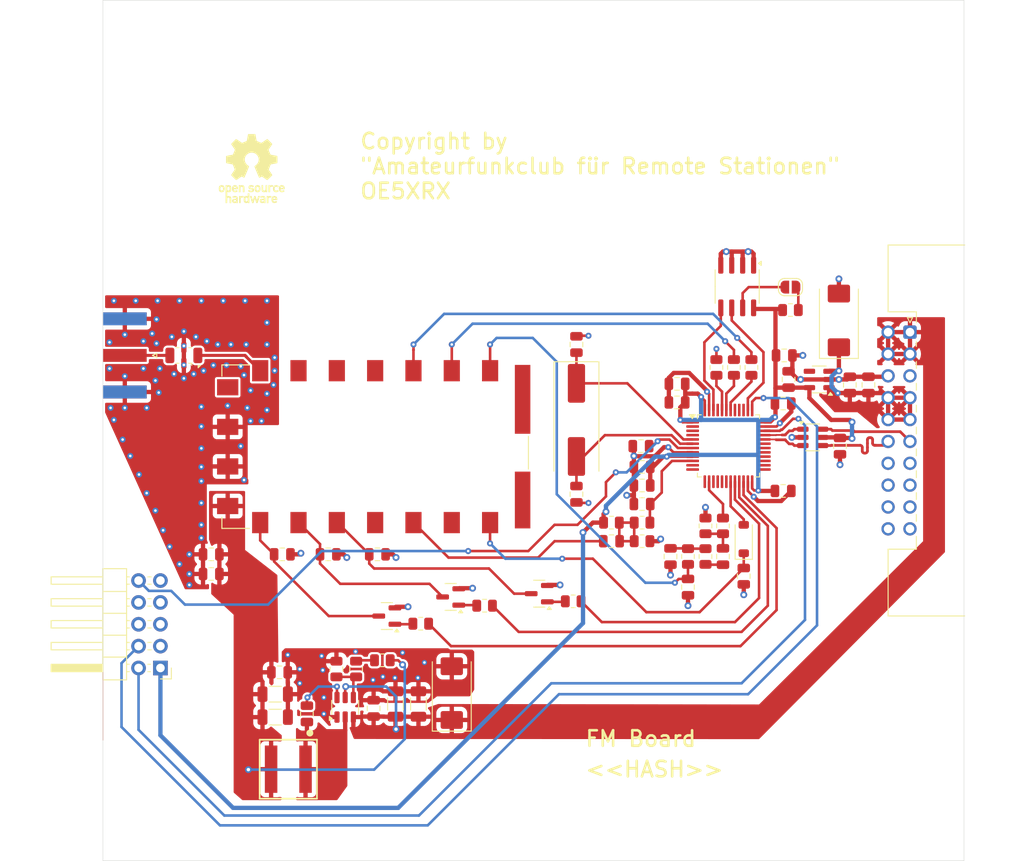
<source format=kicad_pcb>
(kicad_pcb (version 20241229) (generator "pcbnew") (generator_version "9.0")
  (title_block (title "FM Module") (rev "<<HASH>>") (company "Amateurfunkclub für Remote Stationen") (comment 1 "JLC04161H-7628"))
  (layers (0 "F.Cu" signal) (4 "In1.Cu" power) (6 "In2.Cu" power) (2 "B.Cu" signal) (13 "F.Paste" user) (15 "B.Paste" user) (5 "F.SilkS" user "F.Silkscreen") (7 "B.SilkS" user "B.Silkscreen") (1 "F.Mask" user) (3 "B.Mask" user) (25 "Edge.Cuts" user))
  (net 0 "")
  (net 1 "GND")
  (net 2 "+3V3")
  (net 3 "+5V")
  (net 4 "+12V")
  (net 5 "/Connector and CPU/nRESET")
  (net 6 "Net-(U201-PF0)")
  (net 7 "Net-(U201-PF1)")
  (net 8 "/ANT")
  (net 9 "Net-(U201-BOOT0)")
  (net 10 "/MIC_IN")
  (net 11 "/AF_OUT")
  (net 12 "/nPTT")
  (net 13 "/RADIO_RX")
  (net 14 "/RADIO_TX")
  (net 15 "/H_L_Power")
  (net 16 "/nPOWER_DOWN")
  (net 17 "/nSQUELCH")
  (net 20 "/Connector and CPU/SWCLK")
  (net 21 "/Connector and CPU/SWDIO")
  (net 25 "/Connector and CPU/I2C_SCL_MEM")
  (net 30 "/Connector and CPU/I2C_SCL")
  (net 31 "/Connector and CPU/I2C_SDA_MEM")
  (net 34 "/Connector and CPU/I2C_SDA")
  (net 37 "Net-(C301-Pad1)")
  (net 38 "Net-(C301-Pad2)")
  (net 39 "/ADC")
  (net 40 "/Connector and CPU/GPIO4")
  (net 41 "/LPF")
  (net 42 "Net-(C401-Pad1)")
  (net 45 "/GPIO3")
  (net 46 "/GPIO1")
  (net 47 "/DAC")
  (net 48 "/GPIO2")
  (net 49 "/Connector and CPU/USART_RX")
  (net 50 "/Connector and CPU/USART_TX")
  (net 52 "Net-(JP201-A)")
  (net 53 "Net-(JP201-B)")
  (net 66 "Net-(Q501-G)")
  (net 67 "Net-(Q601-G)")
  (net 68 "Net-(Q701-G)")
  (net 69 "Net-(C302-Pad1)")
  (net 71 "+5V_HF")
  (net 72 "/Connector and CPU/USB+")
  (net 73 "/Connector and CPU/USB-")
  (net 74 "/Connector and CPU/NS_USB+")
  (net 75 "/Connector and CPU/NS_USB-")
  (net 76 "/5V/TPS_SW")
  (net 77 "Net-(U801-CB)")
  (net 78 "Net-(R801-Pad2)")
  (net 79 "Net-(U801-FB)")
  (footprint "Resistor_SMD:R_0805_2012Metric" (layer "F.Cu") (at 134.8255 108.722 180)
    (property "Reference" "R501" (hide yes))
    (property "Value" "10k" (hide yes))
  )
  (footprint "Package_SO:SOIC-8_3.9x4.9mm_P1.27mm" (layer "F.Cu") (at 171.577 69.545 -90)
    (property "Reference" "U202" (hide yes))
    (property "Value" "CAT24C32" (hide yes))
  )
  (footprint "Capacitor_SMD:C_0805_2012Metric" (layer "F.Cu") (at 129.794 100.66 180)
    (property "Reference" "C601" (hide yes))
    (property "Value" "10nF/NP0" (hide yes))
  )
  (footprint "Package_TO_SOT_SMD:SOT-23-6" (layer "F.Cu") (at 180.34 87.071)
    (property "Reference" "U204" (hide yes))
    (property "Value" "USBLC6-2SC6" (hide yes))
  )
  (footprint "Capacitor_SMD:C_0805_2012Metric" (layer "F.Cu") (at 169.926 100.914 90)
    (property "Reference" "C301" (hide yes))
    (property "Value" "4.7u/10V/X5R" (hide yes))
  )
  (footprint "Resistor_SMD:R_0805_2012Metric" (layer "F.Cu") (at 130.368 112.9735 180)
    (property "Reference" "R801" (hide yes))
    (property "Value" "49R9" (hide yes))
  )
  (footprint "Resistor_SMD:R_0805_2012Metric" (layer "F.Cu") (at 152.527 106.121 180)
    (property "Reference" "R601" (hide yes))
    (property "Value" "10k" (hide yes))
  )
  (footprint "Capacitor_SMD:C_1206_3216Metric" (layer "F.Cu") (at 134.559 118.0535 90)
    (property "Reference" "C802" (hide yes))
    (property "Value" "10u" (hide yes))
  )
  (footprint "MountingHole:MountingHole_3.2mm_M3" (layer "F.Cu") (at 102.917 128.771)
    (property "Reference" "H102" (hide yes))
    (property "Value" "MountingHole" (hide yes))
  )
  (footprint "Capacitor_SMD:C_0805_2012Metric" (layer "F.Cu") (at 160.528 92.659)
    (property "Reference" "C209" (hide yes))
    (property "Value" "4.7u/10V/X5R" (hide yes))
  )
  (footprint "Symbol:OSHW-Logo_7.5x8mm_SilkScreen" (layer "F.Cu") (at 115.189 55.829)
    (property "Reference" "#SYM101" (hide yes))
    (property "Value" "OSHW-Logo_7.5x8mm_SilkScreen" (hide yes))
  )
  (footprint "Capacitor_SMD:C_0805_2012Metric" (layer "F.Cu") (at 160.401 88.087 180)
    (property "Reference" "C201" (hide yes))
    (property "Value" "100nF" (hide yes))
  )
  (footprint "Connector_Coaxial:SMA_Amphenol_132289_EdgeMount" (layer "F.Cu") (at 100.457 77.546 180)
    (property "Reference" "J101" (hide yes))
    (property "Value" "Conn_Coaxial" (hide yes))
  )
  (footprint "Jumper:SolderJumper-2_P1.3mm_Open_RoundedPad1.0x1.5mm" (layer "F.Cu") (at 177.7615 69.607)
    (property "Reference" "JP201" (hide yes))
    (property "Value" "SolderJumper_2_Open" (hide yes))
  )
  (footprint "Capacitor_SMD:C_1206_3216Metric" (layer "F.Cu") (at 117.922 116.9105 180)
    (property "Reference" "C807" (hide yes))
    (property "Value" "22u" (hide yes))
  )
  (footprint "Capacitor_SMD:C_0805_2012Metric" (layer "F.Cu") (at 124.079 100.66 180)
    (property "Reference" "C701" (hide yes))
    (property "Value" "10nF/NP0" (hide yes))
  )
  (footprint "PRJ:PCN10C-20S-2.54DS" (layer "F.Cu") (at 191.643 74.841 -90)
    (property "Reference" "J202" (hide yes))
    (property "Value" "Conn_02x10_Row_Letter_First" (hide yes))
  )
  (footprint "Capacitor_SMD:C_0805_2012Metric" (layer "F.Cu") (at 186.817 80.975 90)
    (property "Reference" "C211" (hide yes))
    (property "Value" "1uF" (hide yes))
  )
  (footprint "Package_TO_SOT_SMD:SOT-23-5" (layer "F.Cu") (at 181.102 80.34 180)
    (property "Reference" "U203" (hide yes))
    (property "Value" "TLV73333PQDBVRQ1" (hide yes))
  )
  (footprint "Resistor_SMD:R_0805_2012Metric" (layer "F.Cu") (at 167.894 100.914 90)
    (property "Reference" "R303" (hide yes))
    (property "Value" "10k" (hide yes))
  )
  (footprint "Capacitor_SMD:C_0805_2012Metric" (layer "F.Cu") (at 152.908 76.276 90)
    (property "Reference" "C203" (hide yes))
    (property "Value" "30pF" (hide yes))
  )
  (footprint "Capacitor_SMD:C_0805_2012Metric" (layer "F.Cu") (at 163.83 100.914 -90)
    (property "Reference" "C302" (hide yes))
    (property "Value" "5.6nF/X7R/100V" (hide yes))
  )
  (footprint "Capacitor_SMD:C_0805_2012Metric" (layer "F.Cu") (at 110.49 100.66)
    (property "Reference" "C101" (hide yes))
    (property "Value" "100nF" (hide yes))
  )
  (footprint "Resistor_SMD:R_0805_2012Metric" (layer "F.Cu") (at 160.528 96.977)
    (property "Reference" "R403" (hide yes))
    (property "Value" "2k2" (hide yes))
  )
  (footprint "Crystal:Crystal_SMD_HC49-SD" (layer "F.Cu") (at 152.908 85.039 -90)
    (property "Reference" "Y201" (hide yes))
    (property "Value" "8MHz / 20pF" (hide yes))
  )
  (footprint "Capacitor_SMD:C_1206_3216Metric" (layer "F.Cu") (at 131.892 118.0535 90)
    (property "Reference" "C803" (hide yes))
    (property "Value" "10u" (hide yes))
  )
  (footprint "Capacitor_SMD:C_0805_2012Metric" (layer "F.Cu") (at 177.546 80.34 90)
    (property "Reference" "C212" (hide yes))
    (property "Value" "1uF" (hide yes))
  )
  (footprint "Capacitor_Tantalum_SMD:CP_EIA-7343-43_Kemet-X" (layer "F.Cu") (at 138.43 116.789 90)
    (property "Reference" "C104" (hide yes))
    (property "Value" "100u / 25V" (hide yes))
  )
  (footprint "Package_TO_SOT_SMD:SOT-23" (layer "F.Cu") (at 138.303 105.613 180)
    (property "Reference" "Q701" (hide yes))
    (property "Value" "2N7002" (hide yes))
  )
  (footprint "PRJ:WE-XHMI_6060" (layer "F.Cu") (at 119.446 125.628 -90)
    (property "Reference" "L801" (hide yes))
    (property "Value" "6.8u" (hide yes))
  )
  (footprint "Capacitor_SMD:C_0805_2012Metric" (layer "F.Cu") (at 118.43 114.3705 180)
    (property "Reference" "C808" (hide yes))
    (property "Value" "100n" (hide yes))
  )
  (footprint "Package_TO_SOT_SMD:SOT-23-6" (layer "F.Cu") (at 126.05 118.4345 90)
    (property "Reference" "U801" (hide yes))
    (property "Value" "LMR51430 500kHz" (hide yes))
  )
  (footprint "Capacitor_SMD:C_0805_2012Metric" (layer "F.Cu") (at 177.038 77.546 180)
    (property "Reference" "C214" (hide yes))
    (property "Value" "100nF" (hide yes))
  )
  (footprint "Capacitor_SMD:C_0805_2012Metric" (layer "F.Cu") (at 121.605 119.1965 -90)
    (property "Reference" "C805" (hide yes))
    (property "Value" "100n" (hide yes))
  )
  (footprint "Capacitor_SMD:C_0805_2012Metric" (layer "F.Cu") (at 176.911 83.134 180)
    (property "Reference" "C204" (hide yes))
    (property "Value" "100nF" (hide yes))
  )
  (footprint "Capacitor_SMD:C_0805_2012Metric" (layer "F.Cu") (at 160.528 90.5)
    (property "Reference" "C208" (hide yes))
    (property "Value" "100nF" (hide yes))
  )
  (footprint "Resistor_SMD:R_0805_2012Metric" (layer "F.Cu") (at 169.926 97.358 -90)
    (property "Reference" "R301" (hide yes))
    (property "Value" "56k" (hide yes))
  )
  (footprint "Resistor_SMD:R_0805_2012Metric" (layer "F.Cu") (at 171.196 78.943 -90)
    (property "Reference" "R102" (hide yes))
    (property "Value" "220" (hide yes))
  )
  (footprint "Resistor_SMD:R_0805_2012Metric" (layer "F.Cu") (at 125.034 113.9895 90)
    (property "Reference" "R803" (hide yes))
    (property "Value" "13k7" (hide yes))
  )
  (footprint "Capacitor_Tantalum_SMD:CP_EIA-7343-43_Kemet-X" (layer "F.Cu") (at 183.388 73.482 90)
    (property "Reference" "C213" (hide yes))
    (property "Value" "100u / 25V" (hide yes))
  )
  (footprint "Resistor_SMD:R_0805_2012Metric" (layer "F.Cu") (at 169.164 78.943 90)
    (property "Reference" "R201" (hide yes))
    (property "Value" "2k2" (hide yes))
  )
  (footprint "Resistor_SMD:R_0805_2012Metric" (layer "F.Cu") (at 156.972 96.977 180)
    (property "Reference" "R401" (hide yes))
    (property "Value" "5k1" (hide yes))
  )
  (footprint "Capacitor_SMD:C_0805_2012Metric" (layer "F.Cu") (at 152.908 93.675 -90)
    (property "Reference" "C205" (hide yes))
    (property "Value" "30pF" (hide yes))
  )
  (footprint "Diode_SMD:D_SOD-123" (layer "F.Cu") (at 172.339 98.882 90)
    (property "Reference" "D101" (hide yes))
    (property "Value" "BAT43W-V" (hide yes))
  )
  (footprint "Capacitor_SMD:C_0805_2012Metric" (layer "F.Cu") (at 172.339 103.2 90)
    (property "Reference" "C103" (hide yes))
    (property "Value" "10nF/NP0" (hide yes))
  )
  (footprint "Resistor_SMD:R_0805_2012Metric" (layer "F.Cu") (at 160.528 99.136 180)
    (property "Reference" "R402" (hide yes))
    (property "Value" "5k1" (hide yes))
  )
  (footprint "Package_QFP:LQFP-48_7x7mm_P0.5mm" (layer "F.Cu") (at 170.565 88.0585)
    (property "Reference" "U201" (hide yes))
    (property "Value" "STM32F302CBTx" (hide yes))
  )
  (footprint "PRJ:DRA818" (layer "F.Cu") (at 129.53 88.149)
    (property "Reference" "U101" (hide yes))
    (property "Value" "SA818V" (hide yes))
  )
  (footprint "Capacitor_SMD:C_0805_2012Metric" (layer "F.Cu") (at 176.911 93.294 180)
    (property "Reference" "C202" (hide yes))
    (property "Value" "100nF" (hide yes))
  )
  (footprint "Package_TO_SOT_SMD:SOT-23" (layer "F.Cu") (at 130.8885 107.833 180)
    (property "Reference" "Q501" (hide yes))
    (property "Value" "2N7002" (hide yes))
  )
  (footprint "Resistor_SMD:R_0805_2012Metric" (layer "F.Cu") (at 165.862 100.914 -90)
    (property "Reference" "R304" (hide yes))
    (property "Value" "10k" (hide yes))
  )
  (footprint "Capacitor_SMD:C_0805_2012Metric" (layer "F.Cu") (at 129.352 118.5615 90)
    (property "Reference" "C804" (hide yes))
    (property "Value" "100n" (hide yes))
  )
  (footprint "Connector_PinHeader_2.54mm:PinHeader_2x05_P2.54mm_Horizontal" (layer "F.Cu") (at 104.593 113.868 180)
    (property "Reference" "J201" (hide yes))
    (property "Value" "Conn_ARM_JTAG_SWD_10" (hide yes))
  )
  (footprint "Capacitor_SMD:C_0805_2012Metric" (layer "F.Cu") (at 164.592 83.007)
    (property "Reference" "C207" (hide yes))
    (property "Value" "4.7u/10V/X5R" (hide yes))
  )
  (footprint "Filter:Filter_Mini-Circuits_FV1206" (layer "F.Cu") (at 107.315 77.546 180)
    (property "Reference" "FL101" (hide yes))
    (property "Value" "LFCN-180/490" (hide yes))
  )
  (footprint "Capacitor_SMD:C_0805_2012Metric" (layer "F.Cu") (at 160.528 94.818)
    (property "Reference" "C402" (hide yes))
    (property "Value" "10nF/NP0" (hide yes))
  )
  (footprint "Capacitor_SMD:C_1206_3216Metric" (layer "F.Cu") (at 117.922 119.5775 180)
    (property "Reference" "C806" (hide yes))
    (property "Value" "22u" (hide yes))
  )
  (footprint "Package_TO_SOT_SMD:SOT-23" (layer "F.Cu") (at 148.59 105.232 180)
    (property "Reference" "Q601" (hide yes))
    (property "Value" "2N7002" (hide yes))
  )
  (footprint "Resistor_SMD:R_0805_2012Metric" (layer "F.Cu") (at 167.894 97.358 90)
    (property "Reference" "R302" (hide yes))
    (property "Value" "10k" (hide yes))
  )
  (footprint "Resistor_SMD:R_0805_2012Metric" (layer "F.Cu") (at 177.7615 72.274)
    (property "Reference" "R202" (hide yes))
    (property "Value" "3k9" (hide yes))
  )
  (footprint "MountingHole:MountingHole_3.2mm_M3" (layer "F.Cu") (at 102.917 43.771)
    (property "Reference" "H101" (hide yes))
    (property "Value" "MountingHole" (hide yes))
  )
  (footprint "Capacitor_SMD:C_0805_2012Metric" (layer "F.Cu") (at 183.515 88.087 -90)
    (property "Reference" "C215" (hide yes))
    (property "Value" "100nF" (hide yes))
  )
  (footprint "Capacitor_SMD:C_0805_2012Metric" (layer "F.Cu") (at 118.745 100.66 180)
    (property "Reference" "C501" (hide yes))
    (property "Value" "10nF/NP0" (hide yes))
  )
  (footprint "Resistor_SMD:R_0805_2012Metric" (layer "F.Cu") (at 142.24 106.629 180)
    (property "Reference" "R701" (hide yes))
    (property "Value" "10k" (hide yes))
  )
  (footprint "Capacitor_SMD:C_0805_2012Metric" (layer "F.Cu") (at 184.658 80.975 -90)
    (property "Reference" "C210" (hide yes))
    (property "Value" "100nF" (hide yes))
  )
  (footprint "Capacitor_SMD:C_0805_2012Metric" (layer "F.Cu") (at 110.49 102.946)
    (property "Reference" "C102" (hide yes))
    (property "Value" "10uF" (hide yes))
  )
  (footprint "Capacitor_SMD:C_0805_2012Metric" (layer "F.Cu") (at 156.972 99.136 180)
    (property "Reference" "C401" (hide yes))
    (property "Value" "4.7u/10V/X5R" (hide yes))
  )
  (footprint "Capacitor_SMD:C_0805_2012Metric" (layer "F.Cu") (at 165.862 104.47 -90)
    (property "Reference" "C303" (hide yes))
    (property "Value" "5.6nF/X7R/100V" (hide yes))
  )
  (footprint "Capacitor_SMD:C_0805_2012Metric" (layer "F.Cu") (at 164.592 80.848)
    (property "Reference" "C206" (hide yes))
    (property "Value" "100nF" (hide yes))
  )
  (footprint "Resistor_SMD:R_0805_2012Metric" (layer "F.Cu") (at 173.228 78.943 -90)
    (property "Reference" "R101" (hide yes))
    (property "Value" "220" (hide yes))
  )
  (footprint "Resistor_SMD:R_0805_2012Metric" (layer "F.Cu") (at 127.32 113.9895 -90)
    (property "Reference" "R802" (hide yes))
    (property "Value" "100k" (hide yes))
  )
  (gr_line (start 97.917 114.376) (end 97.917 122.25) (stroke (width 0.1)) (layer "B.SilkS"))
  (gr_rect (start 97.917 36.271) (end 197.917 136.271) (stroke (width 0.05)) (fill no) (layer "Edge.Cuts"))
  (gr_text "Copyright by\n{dblquote}Amateurfunkclub für Remote Stationen{dblquote}\nOE5XRX" (at 127.635 59.512 0) (layer "F.SilkS") (effects (font (size 1.8 1.8) (thickness 0.3) (bold yes)) (justify left bottom)))
  (gr_text "<<HASH>>" (at 153.797 126.695 0) (layer "F.SilkS") (effects (font (size 1.8 1.8) (thickness 0.3) (bold yes)) (justify left bottom)))
  (gr_text "FM Board" (at 153.797 123.139 0) (layer "F.SilkS") (effects (font (size 1.8 1.8) (thickness 0.3) (bold yes)) (justify left bottom)))
  (segment (start 152.908 75.26) (end 154.305 75.26) (width 0.3) (layer "F.Cu") (net 1))
  (segment (start 183.515 90.246) (end 183.515 89.037) (width 0.5) (layer "F.Cu") (net 1))
  (segment (start 159.578 92.659) (end 159.578 90.5) (width 0.5) (layer "F.Cu") (net 1))
  (segment (start 177.861 83.134) (end 177.861 84.089) (width 0.5) (layer "F.Cu") (net 1))
  (segment (start 163.642 83.007) (end 163.642 80.848) (width 0.5) (layer "F.Cu") (net 1))
  (segment (start 168.072287 81.762238) (end 168.072287 81.654995) (width 0.5) (layer "F.Cu") (net 1))
  (segment (start 169.926 65.481) (end 169.672 65.735) (width 0.5) (layer "F.Cu") (net 1))
  (segment (start 140.843 104.597) (end 139.3065 104.597) (width 0.5) (layer "F.Cu") (net 1))
  (segment (start 173.482 65.735) (end 173.228 65.481) (width 0.5) (layer "F.Cu") (net 1))
  (segment (start 176.53 85.42) (end 176.1415 85.8085) (width 0.3) (layer "F.Cu") (net 1))
  (segment (start 168.315 82.004951) (end 168.072287 81.762238) (width 0.3) (layer "F.Cu") (net 1))
  (segment (start 125.869 100.66) (end 126.238 101.029) (width 0.5) (layer "F.Cu") (net 1))
  (segment (start 130.744 100.66) (end 131.584 100.66) (width 0.5) (layer "F.Cu") (net 1))
  (segment (start 186.817 80.025) (end 184.658 80.025) (width 0.5) (layer "F.Cu") (net 1))
  (segment (start 176.1415 85.8085) (end 174.7275 85.8085) (width 0.3) (layer "F.Cu") (net 1))
  (segment (start 164.1705 88.8085) (end 163.576 88.214) (width 0.3) (layer "F.Cu") (net 1))
  (segment (start 182.2395 80.34) (end 178.623 80.34) (width 0.5) (layer "F.Cu") (net 1))
  (segment (start 162.025292 89.263) (end 159.611 89.263) (width 0.5) (layer "F.Cu") (net 1))
  (segment (start 169.672 65.735) (end 169.672 67.197) (width 0.5) (layer "F.Cu") (net 1))
  (segment (start 169.164 78.007) (end 169.164 76.784) (width 0.3) (layer "F.Cu") (net 1))
  (segment (start 149.5935 104.216) (end 149.5275 104.282) (width 0.5) (layer "F.Cu") (net 1))
  (segment (start 166.4025 88.8085) (end 164.1705 88.8085) (width 0.3) (layer "F.Cu") (net 1))
  (segment (start 172.815 92.221) (end 172.815 93.28805) (width 0.3) (layer "F.Cu") (net 1))
  (segment (start 119.695 100.66) (end 120.777 100.66) (width 0.5) (layer "F.Cu") (net 1))
  (segment (start 154.3 94.686) (end 154.305 94.691) (width 0.3) (layer "F.Cu") (net 1))
  (segment (start 172.339 104.15) (end 172.339 105.359) (width 0.5) (layer "F.Cu") (net 1))
  (segment (start 131.584 100.66) (end 131.953 101.029) (width 0.5) (layer "F.Cu") (net 1))
  (segment (start 173.499975 93.973025) (end 173.99695 94.47) (width 0.5) (layer "F.Cu") (net 1))
  (segment (start 131.953 106.756) (end 131.826 106.883) (width 0.5) (layer "F.Cu") (net 1))
  (segment (start 168.315 83.896) (end 168.315 82.004951) (width 0.3) (layer "F.Cu") (net 1))
  (segment (start 159.578 93.802) (end 159.578 94.818) (width 0.5) (layer "F.Cu") (net 1))
  (segment (start 172.212 67.197) (end 172.212 65.481) (width 0.5) (layer "F.Cu") (net 1))
  (segment (start 170.942 65.481) (end 169.926 65.481) (width 0.5) (layer "F.Cu") (net 1))
  (segment (start 173.482 67.197) (end 173.482 65.735) (width 0.5) (layer "F.Cu") (net 1))
  (segment (start 179.2025 87.071) (end 177.927 87.071) (width 0.5) (layer "F.Cu") (net 1))
  (segment (start 163.83 101.864) (end 163.83 103.073) (width 0.5) (layer "F.Cu") (net 1))
  (segment (start 172.815 93.28805) (end 173.499975 93.973025) (width 0.3) (layer "F.Cu") (net 1))
  (segment (start 151.003 104.216) (end 149.5935 104.216) (width 0.5) (layer "F.Cu") (net 1))
  (segment (start 139.3065 104.597) (end 139.2405 104.663) (width 0.5) (layer "F.Cu") (net 1))
  (segment (start 163.074292 88.214) (end 162.025292 89.263) (width 0.5) (layer "F.Cu") (net 1))
  (segment (start 177.988 77.546) (end 179.197 77.546) (width 0.5) (layer "F.Cu") (net 1))
  (segment (start 120.777 100.66) (end 120.904 100.533) (width 0.5) (layer "F.Cu") (net 1))
  (segment (start 159.578 89.23) (end 159.578 88.087) (width 0.5) (layer "F.Cu") (net 1))
  (segment (start 177.988 77.546) (end 177.988 78.948) (width 0.5) (layer "F.Cu") (net 1))
  (segment (start 184.658 80.025) (end 184.343 80.34) (width 0.5) (layer "F.Cu") (net 1))
  (segment (start 172.212 65.481) (end 170.942 65.481) (width 0.5) (layer "F.Cu") (net 1))
  (segment (start 173.228 65.481) (end 172.212 65.481) (width 0.5) (layer "F.Cu") (net 1))
  (segment (start 161.4405 99.136) (end 162.433 99.136) (width 0.5) (layer "F.Cu") (net 1))
  (segment (start 159.578 90.5) (end 159.578 89.23) (width 0.5) (layer "F.Cu") (net 1))
  (segment (start 152.908 94.686) (end 154.3 94.686) (width 0.3) (layer "F.Cu") (net 1))
  (segment (start 159.578 93.802) (end 158.75 93.802) (width 0.5) (layer "F.Cu") (net 1))
  (segment (start 163.642 80.147) (end 163.642 80.848) (width 0.5) (layer "F.Cu") (net 1))
  (segment (start 164.211 79.578) (end 163.642 80.147) (width 0.5) (layer "F.Cu") (net 1))
  (segment (start 165.862 105.42) (end 165.862 106.629) (width 0.5) (layer "F.Cu") (net 1))
  (segment (start 186.817 80.025) (end 188.999 80.025) (width 0.5) (layer "F.Cu") (net 1))
  (segment (start 176.685 94.47) (end 177.861 93.294) (width 0.5) (layer "F.Cu") (net 1))
  (segment (start 183.388 70.362) (end 183.388 68.656) (width 0.5) (layer "F.Cu") (net 1))
  (segment (start 125.029 100.66) (end 125.869 100.66) (width 0.5) (layer "F.Cu") (net 1))
  (segment (start 133.35 106.756) (end 131.953 106.756) (width 0.5) (layer "F.Cu") (net 1))
  (segment (start 167.894 96.4455) (end 167.894 95.199) (width 0.5) (layer "F.Cu") (net 1))
  (segment (start 177.861 84.089) (end 176.53 85.42) (width 0.5) (layer "F.Cu") (net 1))
  (segment (start 162.433 99.136) (end 162.687 98.882) (width 0.5) (layer "F.Cu") (net 1))
  (segment (start 165.995292 79.578) (end 164.211 79.578) (width 0.5) (layer "F.Cu") (net 1))
  (segment (start 183.388 80.34) (end 182.2395 80.34) (width 0.5) (layer "F.Cu") (net 1))
  (segment (start 159.611 89.263) (end 159.578 89.23) (width 0.5) (layer "F.Cu") (net 1))
  (segment (start 170.942 67.197) (end 170.942 65.481) (width 0.5) (layer "F.Cu") (net 1))
  (segment (start 173.99695 94.47) (end 176.685 94.47) (width 0.5) (layer "F.Cu") (net 1))
  (segment (start 188.999 80.025) (end 189.103 79.921) (width 0.5) (layer "F.Cu") (net 1))
  (segment (start 163.576 88.214) (end 163.074292 88.214) (width 0.5) (layer "F.Cu") (net 1))
  (segment (start 177.988 78.948) (end 177.546 79.39) (width 0.5) (layer "F.Cu") (net 1))
  (segment (start 184.343 80.34) (end 183.388 80.34) (width 0.5) (layer "F.Cu") (net 1))
  (segment (start 159.578 92.659) (end 159.578 93.802) (width 0.5) (layer "F.Cu") (net 1))
  (segment (start 168.072287 81.654995) (end 165.995292 79.578) (width 0.5) (layer "F.Cu") (net 1))
  (segment (start 178.623 80.34) (end 177.673 79.39) (width 0.5) (layer "F.Cu") (net 1))
  (via (at 165.862 106.629) (size 0.8) (drill 0.4) (layers "F.Cu" "B.Cu") (net 1))
  (via (at 100.457 83.642) (size 0.7) (drill 0.3) (layers "F.Cu" "B.Cu") (net 1))
  (via (at 104.267 71.196) (size 0.7) (drill 0.3) (layers "F.Cu" "B.Cu") (net 1))
  (via (at 111.252 76.276) (size 0.7) (drill 0.3) (layers "F.Cu" "B.Cu") (net 1))
  (via (at 119.38 112.344) (size 0.6) (drill 0.3) (layers "F.Cu" "B.Cu") (net 1))
  (via (at 129.286 115.265) (size 0.6) (drill 0.3) (layers "F.Cu" "B.Cu") (net 1))
  (via (at 109.347 98.755) (size 0.7) (drill 0.3) (layers "F.Cu" "B.Cu") (net 1))
  (via (at 172.339 105.359) (size 0.8) (drill 0.4) (layers "F.Cu" "B.Cu") (net 1))
  (via (at 173.499975 93.973025) (size 0.7) (drill 0.3) (layers "F.Cu" "B.Cu") (net 1))
  (via (at 107.315 80.213) (size 0.7) (drill 0.3) (layers "F.Cu" "B.Cu") (net 1))
  (via (at 117.856 79.324) (size 0.7) (drill 0.3) (layers "F.Cu" "B.Cu") (net 1))
  (via (at 104.521 79.07) (size 0.7) (drill 0.3) (layers "F.Cu" "B.Cu") (net 1))
  (via (at 120.777 113.995) (size 0.6) (drill 0.3) (layers "F.Cu" "B.Cu") (net 1))
  (via (at 109.601 79.324) (size 0.7) (drill 0.3) (layers "F.Cu" "B.Cu") (net 1))
  (via (at 123.444 114.122) (size 0.6) (drill 0.3) (layers "F.Cu" "B.Cu") (net 1))
  (via (at 183.515 90.246) (size 0.8) (drill 0.4) (layers "F.Cu" "B.Cu") (net 1))
  (via (at 131.953 101.029) (size 0.8) (drill 0.4) (layers "F.Cu" "B.Cu") (net 1))
  (via (at 106.807 71.196) (size 0.7) (drill 0.3) (layers "F.Cu" "B.Cu") (net 1))
  (via (at 127.254 111.963) (size 0.6) (drill 0.3) (layers "F.Cu" "B.Cu") (net 1))
  (via (at 112.395 83.388) (size 0.7) (drill 0.3) (layers "F.Cu" "B.Cu") (net 1))
  (via (at 104.902 97.866) (size 0.7) (drill 0.3) (layers "F.Cu" "B.Cu") (net 1))
  (via (at 114.3 79.832) (size 0.7) (drill 0.3) (layers "F.Cu" "B.Cu") (net 1))
  (via (at 109.347 94.691) (size 0.7) (drill 0.3) (layers "F.Cu" "B.Cu") (net 1))
  (via (at 163.576 88.214) (size 0.7) (drill 0.3) (layers "F.Cu" "B.Cu") (net 1))
  (via (at 106.807 101.803) (size 0.7) (drill 0.3) (layers "F.Cu" "B.Cu") (net 1))
  (via (at 98.679 79.07) (size 0.7) (drill 0.3) (layers "F.Cu" "B.Cu") (net 1))
  (via (at 113.919 78.816) (size 0.7) (drill 0.3) (layers "F.Cu" "B.Cu") (net 1))
  (via (at 135.255 113.233) (size 0.6) (drill 0.3) (layers "F.Cu" "B.Cu") (net 1))
  (via (at 98.679 76.022) (size 0.7) (drill 0.3) (layers "F.Cu" "B.Cu") (net 1))
  (via (at 112.776 76.276) (size 0.7) (drill 0.3) (layers "F.Cu" "B.Cu") (net 1))
  (via (at 108.712 75.387) (size 0.7) (drill 0.3) (layers "F.Cu" "B.Cu") (net 1))
  (via (at 154.305 94.691) (size 0.7) (drill 0.3) (layers "F.Cu" "B.Cu") (net 1))
  (via (at 109.347 97.231) (size 0.7) (drill 0.3) (layers "F.Cu" "B.Cu") (net 1))
  (via (at 116.967 81.991) (size 0.7) (drill 0.3) (layers "F.Cu" "B.Cu") (net 1))
  (via (at 99.187 71.196) (size 0.7) (drill 0.3) (layers "F.Cu" "B.Cu") (net 1))
  (via (at 104.14 73.355) (size 0.7) (drill 0.3) (layers "F.Cu" "B.Cu") (net 1))
  (via (at 159.578 89.23) (size 0.8) (drill 0.4) (layers "F.Cu" "B.Cu") (net 1))
  (via (at 132.715 112.09) (size 0.6) (drill 0.3) (layers "F.Cu" "B.Cu") (net 1))
  (via (at 104.14 76.149) (size 0.7) (drill 0.3) (layers "F.Cu" "B.Cu") (net 1))
  (via (at 117.856 77.8) (size 0.7) (drill 0.3) (layers "F.Cu" "B.Cu") (net 1))
  (via (at 177.927 87.071) (size 0.8) (drill 0.4) (layers "F.Cu" "B.Cu") (net 1))
  (via (at 107.315 74.752) (size 0.7) (drill 0.3) (layers "F.Cu" "B.Cu") (net 1))
  (via (at 105.664 99.771) (size 0.7) (drill 0.3) (layers "F.Cu" "B.Cu") (net 1))
  (via (at 109.347 83.515) (size 0.7) (drill 0.3) (layers "F.Cu" "B.Cu") (net 1))
  (via (at 130.429 114.884) (size 0.6) (drill 0.3) (layers "F.Cu" "B.Cu") (net 1))
  (via (at 151.003 104.216) (size 0.8) (drill 0.4) (layers "F.Cu" "B.Cu") (net 1))
  (via (at 109.347 71.196) (size 0.7) (drill 0.3) (layers "F.Cu" "B.Cu") (net 1))
  (via (at 109.347 88.341) (size 0.7) (drill 0.3) (layers "F.Cu" "B.Cu") (net 1))
  (via (at 102.616 75.895) (size 0.7) (drill 0.3) (layers "F.Cu" "B.Cu") (net 1))
  (via (at 120.777 115.646) (size 0.6) (drill 0.3) (layers "F.Cu" "B.Cu") (net 1))
  (via (at 103.632 75.006) (size 0.7) (drill 0.3) (layers "F.Cu" "B.Cu") (net 1))
  (via (at 163.83 103.073) (size 0.8) (drill 0.4) (layers "F.Cu" "B.Cu") (net 1))
  (via (at 105.918 75.387) (size 0.7) (drill 0.3) (layers "F.Cu" "B.Cu") (net 1))
  (via (at 133.35 106.756) (size 0.8) (drill 0.4) (layers "F.Cu" "B.Cu") (net 1))
  (via (at 107.95 104.216) (size 0.7) (drill 0.3) (layers "F.Cu" "B.Cu") (net 1))
  (via (at 101.092 89.23) (size 0.7) (drill 0.3) (layers "F.Cu" "B.Cu") (net 1))
  (via (at 102.997 83.642) (size 0.7) (drill 0.3) (layers "F.Cu" "B.Cu") (net 1))
  (via (at 109.347 85.801) (size 0.7) (drill 0.3) (layers "F.Cu" "B.Cu") (net 1))
  (via (at 114.554 76.276) (size 0.7) (drill 0.3) (layers "F.Cu" "B.Cu") (net 1))
  (via (at 114.681 83.642) (size 0.7) (drill 0.3) (layers "F.Cu" "B.Cu") (net 1))
  (via (at 183.388 80.34) (size 0.8) (drill 0.4) (layers "F.Cu" "B.Cu") (net 1))
  (via (at 168.072287 81.762238) (size 0.7) (drill 0.3) (layers "F.Cu" "B.Cu") (net 1))
  (via (at 116.967 73.736) (size 0.7) (drill 0.3) (layers "F.Cu" "B.Cu") (net 1))
  (via (at 110.744 78.689) (size 0.7) (drill 0.3) (layers "F.Cu" "B.Cu") (net 1))
  (via (at 109.347 90.5) (size 0.7) (drill 0.3) (layers "F.Cu" "B.Cu") (net 1))
  (via (at 169.164 76.784) (size 0.7) (drill 0.3) (layers "F.Cu" "B.Cu") (net 1))
  (via (at 179.197 77.546) (size 0.8) (drill 0.4) (layers "F.Cu" "B.Cu") (net 1))
  (via (at 170.307 65.481) (size 0.8) (drill 0.4) (layers "F.Cu" "B.Cu") (net 1))
  (via (at 107.95 102.946) (size 0.7) (drill 0.3) (layers "F.Cu" "B.Cu") (net 1))
  (via (at 115.062 85.166) (size 0.7) (drill 0.3) (layers "F.Cu" "B.Cu") (net 1))
  (via (at 109.347 92.151) (size 0.7) (drill 0.3) (layers "F.Cu" "B.Cu") (net 1))
  (via (at 123.571 117.297) (size 0.6) (drill 0.3) (layers "F.Cu" "B.Cu") (net 1))
  (via (at 162.687 98.882) (size 0.8) (drill 0.4) (layers "F.Cu" "B.Cu") (net 1))
  (via (at 114.3 92.024) (size 0.7) (drill 0.3) (layers "F.Cu" "B.Cu") (net 1))
  (via (at 101.727 71.196) (size 0.7) (drill 0.3) (layers "F.Cu" "B.Cu") (net 1))
  (via (at 116.332 85.166) (size 0.7) (drill 0.3) (layers "F.Cu" "B.Cu") (net 1))
  (via (at 116.967 71.196) (size 0.7) (drill 0.3) (layers "F.Cu" "B.Cu") (net 1))
  (via (at 100.457 79.959) (size 0.7) (drill 0.3) (layers "F.Cu" "B.Cu") (net 1))
  (via (at 100.457 75.133) (size 0.7) (drill 0.3) (layers "F.Cu" "B.Cu") (net 1))
  (via (at 158.75 93.802) (size 0.8) (drill 0.4) (layers "F.Cu" "B.Cu") (net 1))
  (via (at 117.729 80.975) (size 0.7) (drill 0.3) (layers "F.Cu" "B.Cu") (net 1))
  (via (at 102.108 91.389) (size 0.7) (drill 0.3) (layers "F.Cu" "B.Cu") (net 1))
  (via (at 99.187 85.039) (size 0.7) (drill 0.3) (layers "F.Cu" "B.Cu") (net 1))
  (via (at 172.847 65.481) (size 0.8) (drill 0.4) (layers "F.Cu" "B.Cu") (net 1))
  (via (at 112.268 78.689) (size 0.7) (drill 0.3) (layers "F.Cu" "B.Cu") (net 1))
  (via (at 107.95 100.66) (size 0.7) (drill 0.3) (layers "F.Cu" "B.Cu") (net 1))
  (via (at 109.982 75.895) (size 0.7) (drill 0.3) (layers "F.Cu" "B.Cu") (net 1))
  (via (at 106.172 79.705) (size 0.7) (drill 0.3) (layers "F.Cu" "B.Cu") (net 1))
  (via (at 116.967 83.896) (size 0.7) (drill 0.3) (layers "F.Cu" "B.Cu") (net 1))
  (via (at 100.203 87.325) (size 0.7) (drill 0.3) (layers "F.Cu" "B.Cu") (net 1))
  (via (at 114.427 71.196) (size 0.7) (drill 0.3) (layers "F.Cu" "B.Cu") (net 1))
  (via (at 140.843 104.597) (size 0.8) (drill 0.4) (layers "F.Cu" "B.Cu") (net 1))
  (via (at 98.806 83.642) (size 0.7) (drill 0.3) (layers "F.Cu" "B.Cu") (net 1))
  (via (at 104.013 80.467) (size 0.7) (drill 0.3) (layers "F.Cu" "B.Cu") (net 1))
  (via (at 120.904 100.533) (size 0.8) (drill 0.4) (layers "F.Cu" "B.Cu") (net 1))
  (via (at 102.997 93.548) (size 0.7) (drill 0.3) (layers "F.Cu" "B.Cu") (net 1))
  (via (at 104.013 95.58) (size 0.7) (drill 0.3) (layers "F.Cu" "B.Cu") (net 1))
  (via (at 131.826 115.011) (size 0.6) (drill 0.3) (layers "F.Cu" "B.Cu") (net 1))
  (via (at 116.967 76.276) (size 0.7) (drill 0.3) (layers "F.Cu" "B.Cu") (net 1))
  (via (at 176.53 85.42) (size 0.7) (drill 0.3) (layers "F.Cu" "B.Cu") (net 1))
  (via (at 183.388 68.656) (size 0.8) (drill 0.4) (layers "F.Cu" "B.Cu") (net 1))
  (via (at 104.394 81.864) (size 0.7) (drill 0.3) (layers "F.Cu" "B.Cu") (net 1))
  (via (at 102.616 79.07) (size 0.7) (drill 0.3) (layers "F.Cu" "B.Cu") (net 1))
  (via (at 178.943 80.34) (size 0.8) (drill 0.4) (layers "F.Cu" "B.Cu") (net 1))
  (via (at 108.458 79.705) (size 0.7) (drill 0.3) (layers "F.Cu" "B.Cu") (net 1))
  (via (at 126.238 101.029) (size 0.8) (drill 0.4) (layers "F.Cu" "B.Cu") (net 1))
  (via (at 115.062 81.61) (size 0.7) (drill 0.3) (layers "F.Cu" "B.Cu") (net 1))
  (via (at 167.894 95.199) (size 0.8) (drill 0.4) (layers "F.Cu" "B.Cu") (net 1))
  (via (at 111.887 71.196) (size 0.7) (drill 0.3) (layers "F.Cu" "B.Cu") (net 1))
  (via (at 154.305 75.26) (size 0.7) (drill 0.3) (layers "F.Cu" "B.Cu") (net 1))
  (via (at 123.571 119.202) (size 0.6) (drill 0.3) (layers "F.Cu" "B.Cu") (net 1))
  (via (at 134.493 115.011) (size 0.6) (drill 0.3) (layers "F.Cu" "B.Cu") (net 1))
  (via (at 123.317 112.471) (size 0.6) (drill 0.3) (layers "F.Cu" "B.Cu") (net 1))
  (via (at 113.919 88.087) (size 0.7) (drill 0.3) (layers "F.Cu" "B.Cu") (net 1))
  (segment (start 100.5445 81.737) (end 100.4855 81.796) (width 0.5) (layer "B.Cu") (net 1))
  (segment (start 100.5445 73.355) (end 100.4855 73.296) (width 0.5) (layer "B.Cu") (net 1))
  (segment (start 176.722 72.147) (end 176.849 72.274) (width 0.5) (layer "F.Cu") (net 2))
  (segment (start 176.022 72.147) (end 176.722 72.147) (width 0.5) (layer "F.Cu") (net 2))
  (segment (start 183.515 87.137) (end 184.851 87.137) (width 0.5) (layer "F.Cu") (net 2))
  (segment (start 175.967773 84.717216) (end 176.022 84.662989) (width 0.5) (layer "F.Cu") (net 2))
  (segment (start 177.673 81.29) (end 176.088 81.29) (width 0.5) (layer "F.Cu") (net 2))
  (segment (start 165.2425 85.3085) (end 164.973 85.039) (width 0.3) (layer "F.Cu") (net 2))
  (segment (start 161.478 92.659) (end 161.478 90.5) (width 0.5) (layer "F.Cu") (net 2))
  (segment (start 164.973 83.576) (end 165.542 83.007) (width 0.5) (layer "F.Cu") (net 2))
  (segment (start 166.37 81.991) (end 165.735 81.991) (width 0.5) (layer "F.Cu") (net 2))
  (segment (start 176.022 81.356) (end 176.022 72.147) (width 0.5) (layer "F.Cu") (net 2))
  (segment (start 176.022 84.662989) (end 176.022 81.356) (width 0.5) (layer "F.Cu") (net 2))
  (segment (start 173.355 93.04) (end 173.558217 93.243217) (width 0.3) (layer "F.Cu") (net 2))
  (segment (start 183.449 87.071) (end 183.515 87.137) (width 0.5) (layer "F.Cu") (net 2))
  (segment (start 184.851 87.137) (end 184.912 87.198) (width 0.5) (layer "F.Cu") (net 2))
  (segment (start 167.815 82.801) (end 167.386 82.372) (width 0.3) (layer "F.Cu") (net 2))
  (segment (start 156.0595 96.977) (end 156.0595 95.9845) (width 0.5) (layer "F.Cu") (net 2))
  (segment (start 173.315 93) (end 173.355 93.04) (width 0.3) (layer "F.Cu") (net 2))
  (segment (start 154.813 96.977) (end 156.0595 96.977) (width 0.5) (layer "F.Cu") (net 2))
  (segment (start 184.658 85.039) (end 182.499 85.039) (width 0.5) (layer "F.Cu") (net 2))
  (segment (start 181.4775 87.071) (end 183.449 87.071) (width 0.5) (layer "F.Cu") (net 2))
  (segment (start 179.9645 81.29) (end 177.673 81.29) (width 0.5) (layer "F.Cu") (net 2))
  (segment (start 175.961 93.294) (end 174.077431 93.294) (width 0.5) (layer "F.Cu") (net 2))
  (segment (start 175.4985 85.3085) (end 176.022 84.785) (width 0.3) (layer "F.Cu") (net 2))
  (segment (start 173.315 92.221) (end 173.315 93) (width 0.3) (layer "F.Cu") (net 2))
  (segment (start 163.4005 89.3085) (end 162.9895 89.3085) (width 0.5) (layer "F.Cu") (net 2))
  (segment (start 165.542 80.848) (end 165.542 83.007) (width 0.5) (layer "F.Cu") (net 2))
  (segment (start 164.973 85.039) (end 164.973 83.576) (width 0.5) (layer "F.Cu") (net 2))
  (segment (start 161.798 90.5) (end 161.478 90.5) (width 0.5) (layer "F.Cu") (net 2))
  (segment (start 179.959 82.499) (end 179.9645 82.4935) (width 0.5) (layer "F.Cu") (net 2))
  (segment (start 163.4005 89.3085) (end 166.4025 89.3085) (width 0.3) (layer "F.Cu") (net 2))
  (segment (start 179.9645 82.4935) (end 179.9645 81.29) (width 0.5) (layer "F.Cu") (net 2))
  (segment (start 173.482 72.147) (end 176.022 72.147) (width 0.5) (layer "F.Cu") (net 2))
  (segment (start 162.9895 89.3085) (end 161.798 90.5) (width 0.5) (layer "F.Cu") (net 2))
  (segment (start 156.0595 95.9845) (end 156.337 95.707) (width 0.5) (layer "F.Cu") (net 2))
  (segment (start 182.499 85.039) (end 179.959 82.499) (width 0.5) (layer "F.Cu") (net 2))
  (segment (start 176.022 84.771443) (end 175.967773 84.717216) (width 0.5) (layer "F.Cu") (net 2))
  (segment (start 167.815 83.896) (end 167.815 82.801) (width 0.3) (layer "F.Cu") (net 2))
  (segment (start 174.7275 85.3085) (end 175.4985 85.3085) (width 0.3) (layer "F.Cu") (net 2))
  (segment (start 167.005 81.991) (end 166.37 81.991) (width 0.5) (layer "F.Cu") (net 2))
  (segment (start 174.077431 93.294) (end 174.026648 93.243217) (width 0.5) (layer "F.Cu") (net 2))
  (segment (start 176.022 84.785) (end 176.022 84.771443) (width 0.5) (layer "F.Cu") (net 2))
  (segment (start 176.088 81.29) (end 176.022 81.356) (width 0.5) (layer "F.Cu") (net 2))
  (segment (start 167.386 82.372) (end 167.005 81.991) (width 0.5) (layer "F.Cu") (net 2))
  (segment (start 166.4025 85.3085) (end 165.2425 85.3085) (width 0.3) (layer "F.Cu") (net 2))
  (segment (start 153.67 98.12) (end 154.813 96.977) (width 0.5) (layer "F.Cu") (net 2))
  (segment (start 173.558217 93.243217) (end 174.026648 93.243217) (width 0.3) (layer "F.Cu") (net 2))
  (segment (start 184.912 85.293) (end 184.658 85.039) (width 0.5) (layer "F.Cu") (net 2))
  (via (at 184.912 85.293) (size 0.8) (drill 0.4) (layers "F.Cu" "B.Cu") (net 2))
  (via (at 174.026648 93.243217) (size 0.7) (drill 0.3) (layers "F.Cu" "B.Cu") (net 2))
  (via (at 167.386 82.372) (size 0.7) (drill 0.3) (layers "F.Cu" "B.Cu") (net 2))
  (via (at 184.912 87.198) (size 0.8) (drill 0.4) (layers "F.Cu" "B.Cu") (net 2))
  (via (at 164.973 85.039) (size 0.7) (drill 0.3) (layers "F.Cu" "B.Cu") (net 2))
  (via (at 163.4005 89.3085) (size 0.7) (drill 0.3) (layers "F.Cu" "B.Cu") (net 2))
  (via (at 156.337 95.707) (size 0.8) (drill 0.4) (layers "F.Cu" "B.Cu") (net 2))
  (via (at 175.967773 84.717216) (size 0.7) (drill 0.3) (layers "F.Cu" "B.Cu") (net 2))
  (via (at 153.67 98.12) (size 0.8) (drill 0.4) (layers "F.Cu" "B.Cu") (net 2))
  (segment (start 184.912 87.198) (end 184.912 85.293) (width 0.5) (layer "B.Cu") (net 2))
  (segment (start 156.337 95.011504) (end 162.040004 89.3085) (width 0.5) (layer "B.Cu") (net 2))
  (segment (start 174.026648 93.243217) (end 174.026648 89.103) (width 0.5) (layer "B.Cu") (net 2))
  (segment (start 104.593 121.687) (end 104.593 113.868) (width 0.5) (layer "B.Cu") (net 2))
  (segment (start 174.026648 89.103) (end 174.026648 85.129352) (width 0.5) (layer "B.Cu") (net 2))
  (segment (start 175.708784 84.717216) (end 175.387 85.039) (width 0.5) (layer "B.Cu") (net 2))
  (segment (start 156.337 95.707) (end 156.337 95.011504) (width 0.5) (layer "B.Cu") (net 2))
  (segment (start 153.67 98.12) (end 153.67 108.661) (width 0.5) (layer "B.Cu") (net 2))
  (segment (start 153.67 108.661) (end 132.207 130.124) (width 0.5) (layer "B.Cu") (net 2))
  (segment (start 162.040004 89.3085) (end 163.4005 89.3085) (width 0.5) (layer "B.Cu") (net 2))
  (segment (start 167.386 82.372) (end 167.386 85.039) (width 0.5) (layer "B.Cu") (net 2))
  (segment (start 175.967773 84.717216) (end 175.708784 84.717216) (width 0.5) (layer "B.Cu") (net 2))
  (segment (start 175.387 85.039) (end 174.117 85.039) (width 0.5) (layer "B.Cu") (net 2))
  (segment (start 163.606 89.103) (end 174.026648 89.103) (width 0.5) (layer "B.Cu") (net 2))
  (segment (start 132.207 130.124) (end 113.03 130.124) (width 0.5) (layer "B.Cu") (net 2))
  (segment (start 163.4005 89.3085) (end 163.606 89.103) (width 0.5) (layer "B.Cu") (net 2))
  (segment (start 167.386 85.039) (end 164.973 85.039) (width 0.5) (layer "B.Cu") (net 2))
  (segment (start 174.117 85.039) (end 167.386 85.039) (width 0.5) (layer "B.Cu") (net 2))
  (segment (start 174.026648 85.129352) (end 174.117 85.039) (width 0.5) (layer "B.Cu") (net 2))
  (segment (start 113.03 130.124) (end 104.593 121.687) (width 0.5) (layer "B.Cu") (net 2))
  (segment (start 183.261 81.925) (end 182.8745 81.925) (width 0.5) (layer "F.Cu") (net 3))
  (segment (start 184.658 81.925) (end 183.261 81.925) (width 0.5) (layer "F.Cu") (net 3))
  (segment (start 191.643 85.001) (end 191.643 82.461) (width 0.5) (layer "F.Cu") (net 3))
  (segment (start 189.103 85.001) (end 189.103 82.461) (width 0.5) (layer "F.Cu") (net 3))
  (segment (start 182.289503 79.339997) (end 182.2395 79.39) (width 0.5) (layer "F.Cu") (net 3))
  (segment (start 189.103 82.461) (end 191.643 82.461) (width 0.5) (layer "F.Cu") (net 3))
  (segment (start 183.388 76.602) (end 183.388 79.339997) (width 0.5) (layer "F.Cu") (net 3))
  (segment (start 188.567 81.925) (end 189.103 82.461) (width 0.5) (layer "F.Cu") (net 3))
  (segment (start 191.643 85.001) (end 189.103 85.001) (width 0.5) (layer "F.Cu") (net 3))
  (segment (start 182.8745 81.925) (end 182.2395 81.29) (width 0.5) (layer "F.Cu") (net 3))
  (segment (start 184.658 81.925) (end 188.567 81.925) (width 0.5) (layer "F.Cu") (net 3))
  (segment (start 184.531 82.052) (end 184.658 81.925) (width 0.5) (layer "F.Cu") (net 3))
  (segment (start 183.388 79.339997) (end 182.289503 79.339997) (width 0.5) (layer "F.Cu") (net 3))
  (via (at 183.261 81.925) (size 0.7) (drill 0.3) (layers "F.Cu" "B.Cu") (net 3))
  (via (at 183.388 79.339997) (size 0.8) (drill 0.4) (layers "F.Cu" "B.Cu") (net 3))
  (segment (start 182.537 81.201) (end 182.537 79.987504) (width 0.5) (layer "B.Cu") (net 3))
  (segment (start 182.537 79.987504) (end 183.184507 79.339997) (width 0.5) (layer "B.Cu") (net 3))
  (segment (start 183.261 81.925) (end 182.537 81.201) (width 0.5) (layer "B.Cu") (net 3))
  (segment (start 183.184507 79.339997) (end 183.388 79.339997) (width 0.5) (layer "B.Cu") (net 3))
  (segment (start 191.643 74.841) (end 191.643 77.381) (width 0.5) (layer "F.Cu") (net 4))
  (segment (start 126.05 116.088) (end 126.111 116.027) (width 0.3) (layer "F.Cu") (net 4))
  (segment (start 191.643 77.381) (end 189.103 77.381) (width 0.5) (layer "F.Cu") (net 4))
  (segment (start 189.103 74.841) (end 191.643 74.841) (width 0.5) (layer "F.Cu") (net 4))
  (segment (start 189.103 77.381) (end 189.103 74.841) (width 0.5) (layer "F.Cu") (net 4))
  (segment (start 126.05 117.297) (end 126.05 116.088) (width 0.3) (layer "F.Cu") (net 4))
  (via (at 131.953 120.98) (size 0.8) (drill 0.4) (layers "F.Cu" "B.Cu") (net 4))
  (via (at 126.111 116.027) (size 0.8) (drill 0.4) (layers "F.Cu" "B.Cu") (net 4))
  (segment (start 131.953 117.17) (end 131.953 120.98) (width 0.3) (layer "B.Cu") (net 4))
  (segment (start 130.81 116.027) (end 131.953 117.17) (width 0.3) (layer "B.Cu") (net 4))
  (segment (start 126.111 116.027) (end 130.81 116.027) (width 0.3) (layer "B.Cu") (net 4))
  (segment (start 156.337 93.929) (end 156.337 92.278) (width 0.3) (layer "F.Cu") (net 5))
  (segment (start 164.6865 88.3085) (end 163.703 87.325) (width 0.3) (layer "F.Cu") (net 5))
  (segment (start 153.035 97.231) (end 156.337 93.929) (width 0.3) (layer "F.Cu") (net 5))
  (segment (start 163.703 87.325) (end 162.494 87.325) (width 0.3) (layer "F.Cu") (net 5))
  (segment (start 140.335 100.279) (end 147.32 100.279) (width 0.3) (layer "F.Cu") (net 5))
  (segment (start 147.32 100.279) (end 150.368 97.231) (width 0.3) (layer "F.Cu") (net 5))
  (segment (start 150.368 97.231) (end 153.035 97.231) (width 0.3) (layer "F.Cu") (net 5))
  (segment (start 162.494 87.325) (end 161.478 88.341) (width 0.3) (layer "F.Cu") (net 5))
  (segment (start 166.4025 88.3085) (end 164.6865 88.3085) (width 0.3) (layer "F.Cu") (net 5))
  (segment (start 156.337 92.278) (end 157.48 91.135) (width 0.3) (layer "F.Cu") (net 5))
  (via (at 162.3365 87.517) (size 0.7) (drill 0.3) (layers "F.Cu" "B.Cu") (net 5))
  (via (at 140.335 100.279) (size 0.7) (drill 0.3) (layers "F.Cu" "B.Cu") (net 5))
  (via (at 157.48 91.135) (size 0.7) (drill 0.3) (layers "F.Cu" "B.Cu") (net 5))
  (segment (start 117.094 106.502) (end 107.442 106.502) (width 0.3) (layer "B.Cu") (net 5))
  (segment (start 105.849 104.909) (end 103.254 104.909) (width 0.3) (layer "B.Cu") (net 5))
  (segment (start 162.3365 87.533576) (end 162.3365 87.517) (width 0.3) (layer "B.Cu") (net 5))
  (segment (start 140.335 100.279) (end 123.317 100.279) (width 0.3) (layer "B.Cu") (net 5))
  (segment (start 157.48 91.135) (end 158.735076 91.135) (width 0.3) (layer "B.Cu") (net 5))
  (segment (start 107.442 106.502) (end 105.849 104.909) (width 0.3) (layer "B.Cu") (net 5))
  (segment (start 103.254 104.909) (end 102.053 103.708) (width 0.3) (layer "B.Cu") (net 5))
  (segment (start 158.735076 91.135) (end 162.3365 87.533576) (width 0.3) (layer "B.Cu") (net 5))
  (segment (start 123.317 100.279) (end 117.094 106.502) (width 0.3) (layer "B.Cu") (net 5))
  (segment (start 166.4025 87.3085) (end 165.3375 87.3085) (width 0.3) (layer "F.Cu") (net 6))
  (segment (start 158.818 80.789) (end 152.908 80.789) (width 0.3) (layer "F.Cu") (net 6))
  (segment (start 165.3375 87.3085) (end 158.818 80.789) (width 0.3) (layer "F.Cu") (net 6))
  (segment (start 152.908 77.16) (end 152.908 80.789) (width 0.3) (layer "F.Cu") (net 6))
  (segment (start 156.21 86.817) (end 153.738 89.289) (width 0.3) (layer "F.Cu") (net 7))
  (segment (start 166.4025 87.8085) (end 164.9485 87.8085) (width 0.3) (layer "F.Cu") (net 7))
  (segment (start 163.957 86.817) (end 156.21 86.817) (width 0.3) (layer "F.Cu") (net 7))
  (segment (start 152.908 92.786) (end 152.908 89.289) (width 0.3) (layer "F.Cu") (net 7))
  (segment (start 164.9485 87.8085) (end 163.957 86.817) (width 0.3) (layer "F.Cu") (net 7))
  (segment (start 153.738 89.289) (end 152.908 89.289) (width 0.3) (layer "F.Cu") (net 7))
  (segment (start 105.69 77.546) (end 100.4855 77.546) (width 0.3493) (layer "F.Cu") (net 8))
  (segment (start 169.815 81.753) (end 169.164 81.102) (width 0.3) (layer "F.Cu") (net 9))
  (segment (start 169.164 81.102) (end 169.164 79.832) (width 0.3) (layer "F.Cu") (net 9))
  (segment (start 169.815 83.896) (end 169.815 81.753) (width 0.3) (layer "F.Cu") (net 9))
  (segment (start 164.78 103.52) (end 164.338 103.962) (width 0.3) (layer "F.Cu") (net 10))
  (segment (start 165.862 101.8265) (end 165.862 103.52) (width 0.3) (layer "F.Cu") (net 10))
  (segment (start 142.88 76.281) (end 142.875 76.276) (width 0.3) (layer "F.Cu") (net 10))
  (segment (start 166.2805 101.864) (end 166.243 101.8265) (width 0.3) (layer "F.Cu") (net 10))
  (segment (start 142.88 79.324) (end 142.88 76.281) (width 0.3) (layer "F.Cu") (net 10))
  (segment (start 165.862 103.52) (end 164.78 103.52) (width 0.3) (layer "F.Cu") (net 10))
  (via (at 164.338 103.962) (size 0.7) (drill 0.3) (layers "F.Cu" "B.Cu") (net 10))
  (via (at 142.875 76.276) (size 0.7) (drill 0.3) (layers "F.Cu" "B.Cu") (net 10))
  (segment (start 150.622 93.675) (end 160.909 103.962) (width 0.3) (layer "B.Cu") (net 10))
  (segment (start 142.875 76.276) (end 143.637 75.514) (width 0.3) (layer "B.Cu") (net 10))
  (segment (start 143.637 75.514) (end 147.828 75.514) (width 0.3) (layer "B.Cu") (net 10))
  (segment (start 160.909 103.962) (end 164.338 103.962) (width 0.3) (layer "B.Cu") (net 10))
  (segment (start 147.828 75.514) (end 150.622 78.308) (width 0.3) (layer "B.Cu") (net 10))
  (segment (start 150.622 78.308) (end 150.622 93.675) (width 0.3) (layer "B.Cu") (net 10))
  (segment (start 150.368 99.136) (end 148.463 101.041) (width 0.3) (layer "F.Cu") (net 11))
  (segment (start 156.022 99.136) (end 150.368 99.136) (width 0.3) (layer "F.Cu") (net 11))
  (segment (start 138.047 101.041) (end 133.98 96.974) (width 0.3) (layer "F.Cu") (net 11))
  (segment (start 148.463 101.041) (end 138.047 101.041) (width 0.3) (layer "F.Cu") (net 11))
  (segment (start 142.748 102.311) (end 129.413 102.311) (width 0.3) (layer "F.Cu") (net 12))
  (segment (start 125.08 96.974) (end 125.158 96.974) (width 0.3) (layer "F.Cu") (net 12))
  (segment (start 128.844 101.742) (end 128.844 100.66) (width 0.3) (layer "F.Cu") (net 12))
  (segment (start 145.669 105.232) (end 142.748 102.311) (width 0.3) (layer "F.Cu") (net 12))
  (segment (start 125.158 96.974) (end 128.844 100.66) (width 0.3) (layer "F.Cu") (net 12))
  (segment (start 147.6525 105.232) (end 145.669 105.232) (width 0.3) (layer "F.Cu") (net 12))
  (segment (start 129.413 102.311) (end 128.844 101.742) (width 0.3) (layer "F.Cu") (net 12))
  (segment (start 133.98 76.916) (end 133.98 79.324) (width 0.3) (layer "F.Cu") (net 13))
  (segment (start 173.228 78.007) (end 173.228 77.165) (width 0.3) (layer "F.Cu") (net 13))
  (segment (start 133.985 76.911) (end 133.98 76.916) (width 0.3) (layer "F.Cu") (net 13))
  (segment (start 133.985 76.276) (end 133.985 76.911) (width 0.3) (layer "F.Cu") (net 13))
  (segment (start 173.228 77.165) (end 171.577 75.514) (width 0.3) (layer "F.Cu") (net 13))
  (via (at 133.985 76.276) (size 0.7) (drill 0.3) (layers "F.Cu" "B.Cu") (net 13))
  (via (at 171.577 75.514) (size 0.7) (drill 0.3) (layers "F.Cu" "B.Cu") (net 13))
  (segment (start 171.577 75.514) (end 168.783 72.72) (width 0.3) (layer "B.Cu") (net 13))
  (segment (start 168.783 72.72) (end 137.541 72.72) (width 0.3) (layer "B.Cu") (net 13))
  (segment (start 137.541 72.72) (end 133.985 76.276) (width 0.3) (layer "B.Cu") (net 13))
  (segment (start 171.196 76.911) (end 170.18 75.895) (width 0.3) (layer "F.Cu") (net 14))
  (segment (start 171.196 78.007) (end 171.196 76.911) (width 0.3) (layer "F.Cu") (net 14))
  (segment (start 138.43 76.276) (end 138.43 79.324) (width 0.3) (layer "F.Cu") (net 14))
  (via (at 138.43 76.276) (size 0.7) (drill 0.3) (layers "F.Cu" "B.Cu") (net 14))
  (via (at 170.18 75.895) (size 0.7) (drill 0.3) (layers "F.Cu" "B.Cu") (net 14))
  (segment (start 168.148 73.863) (end 170.18 75.895) (width 0.3) (layer "B.Cu") (net 14))
  (segment (start 138.43 76.276) (end 140.843 73.863) (width 0.3) (layer "B.Cu") (net 14))
  (segment (start 140.843 73.863) (end 168.148 73.863) (width 0.3) (layer "B.Cu") (net 14))
  (segment (start 116.18 96.974) (end 116.18 99.045) (width 0.3) (layer "F.Cu") (net 15))
  (segment (start 116.18 99.045) (end 117.795 100.66) (width 0.3) (layer "F.Cu") (net 15))
  (segment (start 117.795 101.488) (end 117.795 100.66) (width 0.3) (layer "F.Cu") (net 15))
  (segment (start 124.14 107.833) (end 117.795 101.488) (width 0.3) (layer "F.Cu") (net 15))
  (segment (start 129.951 107.833) (end 124.14 107.833) (width 0.3) (layer "F.Cu") (net 15))
  (segment (start 123.129 101.742) (end 123.129 100.66) (width 0.3) (layer "F.Cu") (net 16))
  (segment (start 137.3655 105.613) (end 135.8415 104.089) (width 0.3) (layer "F.Cu") (net 16))
  (segment (start 123.129 99.473) (end 123.129 100.66) (width 0.3) (layer "F.Cu") (net 16))
  (segment (start 120.63 96.974) (end 123.129 99.473) (width 0.3) (layer "F.Cu") (net 16))
  (segment (start 135.8415 104.089) (end 125.476 104.089) (width 0.3) (layer "F.Cu") (net 16))
  (segment (start 125.476 104.089) (end 123.129 101.742) (width 0.3) (layer "F.Cu") (net 16))
  (segment (start 154.813 101.168) (end 151.257 101.168) (width 0.3) (layer "F.Cu") (net 17))
  (segment (start 161.025 107.38) (end 154.813 101.168) (width 0.3) (layer "F.Cu") (net 17))
  (segment (start 172.339 100.532) (end 172.339 102.25) (width 0.3) (layer "F.Cu") (net 17))
  (segment (start 172.339 102.25) (end 167.209 107.38) (width 0.3) (layer "F.Cu") (net 17))
  (segment (start 142.875 99.39) (end 142.875 96.979) (width 0.3) (layer "F.Cu") (net 17))
  (segment (start 167.209 107.38) (end 161.025 107.38) (width 0.3) (layer "F.Cu") (net 17))
  (segment (start 142.875 96.979) (end 142.88 96.974) (width 0.3) (layer "F.Cu") (net 17))
  (via (at 142.875 99.39) (size 0.7) (drill 0.3) (layers "F.Cu" "B.Cu") (net 17))
  (via (at 151.257 101.168) (size 0.7) (drill 0.3) (layers "F.Cu" "B.Cu") (net 17))
  (segment (start 144.653 101.168) (end 142.875 99.39) (width 0.3) (layer "B.Cu") (net 17))
  (segment (start 151.257 101.168) (end 144.653 101.168) (width 0.3) (layer "B.Cu") (net 17))
  (segment (start 173.315 82.92) (end 173.315 83.896) (width 0.3) (layer "F.Cu") (net 20))
  (segment (start 173.736 82.499) (end 173.315 82.92) (width 0.3) (layer "F.Cu") (net 20))
  (segment (start 174.625 82.499) (end 173.736 82.499) (width 0.3) (layer "F.Cu") (net 20))
  (via (at 174.625 82.499) (size 0.7) (drill 0.3) (layers "F.Cu" "B.Cu") (net 20))
  (segment (start 100.076 120.726) (end 100.076 113.305) (width 0.3) (layer "B.Cu") (net 20))
  (segment (start 180.848 108.915) (end 172.847 116.916) (width 0.3) (layer "B.Cu") (net 20))
  (segment (start 100.076 113.305) (end 102.053 111.328) (width 0.3) (layer "B.Cu") (net 20))
  (segment (start 150.876 116.916) (end 135.636 132.156) (width 0.3) (layer "B.Cu") (net 20))
  (segment (start 135.636 132.156) (end 111.506 132.156) (width 0.3) (layer "B.Cu") (net 20))
  (segment (start 180.848 85.801) (end 180.848 108.915) (width 0.3) (layer "B.Cu") (net 20))
  (segment (start 111.506 132.156) (end 100.076 120.726) (width 0.3) (layer "B.Cu") (net 20))
  (segment (start 172.847 116.916) (end 150.876 116.916) (width 0.3) (layer "B.Cu") (net 20))
  (segment (start 174.625 82.499) (end 177.546 82.499) (width 0.3) (layer "B.Cu") (net 20))
  (segment (start 177.546 82.499) (end 180.848 85.801) (width 0.3) (layer "B.Cu") (net 20))
  (segment (start 176.5305 86.3085) (end 176.657 86.182) (width 0.3) (layer "F.Cu") (net 21))
  (segment (start 178.054 84.912) (end 178.689 84.912) (width 0.3) (layer "F.Cu") (net 21))
  (segment (start 174.7275 86.3085) (end 176.5305 86.3085) (width 0.3) (layer "F.Cu") (net 21))
  (segment (start 176.784 86.182) (end 178.054 84.912) (width 0.3) (layer "F.Cu") (net 21))
  (segment (start 176.657 86.182) (end 176.784 86.182) (width 0.3) (layer "F.Cu") (net 21))
  (via (at 178.689 84.912) (size 0.7) (drill 0.3) (layers "F.Cu" "B.Cu") (net 21))
  (segment (start 102.053 113.868) (end 102.053 121.052) (width 0.3) (layer "B.Cu") (net 21))
  (segment (start 102.053 121.052) (end 112.014 131.013) (width 0.3) (layer "B.Cu") (net 21))
  (segment (start 179.451 85.674) (end 178.689 84.912) (width 0.3) (layer "B.Cu") (net 21))
  (segment (start 179.451 108.28) (end 179.451 85.674) (width 0.3) (layer "B.Cu") (net 21))
  (segment (start 172.085 115.646) (end 179.451 108.28) (width 0.3) (layer "B.Cu") (net 21))
  (segment (start 134.62 131.013) (end 149.987 115.646) (width 0.3) (layer "B.Cu") (net 21))
  (segment (start 149.987 115.646) (end 172.085 115.646) (width 0.3) (layer "B.Cu") (net 21))
  (segment (start 112.014 131.013) (end 134.62 131.013) (width 0.3) (layer "B.Cu") (net 21))
  (segment (start 170.942 73.482) (end 170.942 72.147) (width 0.3) (layer "F.Cu") (net 25))
  (segment (start 172.815 82.531) (end 174.625 80.721) (width 0.3) (layer "F.Cu") (net 25))
  (segment (start 172.815 83.896) (end 172.815 82.531) (width 0.3) (layer "F.Cu") (net 25))
  (segment (start 174.625 77.165) (end 170.942 73.482) (width 0.3) (layer "F.Cu") (net 25))
  (segment (start 174.625 80.721) (end 174.625 77.165) (width 0.3) (layer "F.Cu") (net 25))
  (segment (start 167.767 80.467) (end 167.767 76.022) (width 0.3) (layer "F.Cu") (net 31))
  (segment (start 168.815 81.515) (end 167.767 80.467) (width 0.3) (layer "F.Cu") (net 31))
  (segment (start 168.815 83.896) (end 168.815 81.515) (width 0.3) (layer "F.Cu") (net 31))
  (segment (start 167.767 76.022) (end 169.672 74.117) (width 0.3) (layer "F.Cu") (net 31))
  (segment (start 169.672 74.117) (end 169.672 72.147) (width 0.3) (layer "F.Cu") (net 31))
  (segment (start 167.9315 101.864) (end 167.894 101.8265) (width 0.3) (layer "F.Cu") (net 37))
  (segment (start 169.926 101.864) (end 167.9315 101.864) (width 0.3) (layer "F.Cu") (net 37))
  (segment (start 169.926 98.2705) (end 169.926 99.964) (width 0.3) (layer "F.Cu") (net 38))
  (segment (start 169.926 98.2705) (end 167.894 98.2705) (width 0.3) (layer "F.Cu") (net 38))
  (segment (start 164.0135 89.8085) (end 166.4025 89.8085) (width 0.3) (layer "F.Cu") (net 39))
  (segment (start 162.814 91.008) (end 164.0135 89.8085) (width 0.3) (layer "F.Cu") (net 39))
  (segment (start 162.814 93.482) (end 162.814 91.008) (width 0.3) (layer "F.Cu") (net 39))
  (segment (start 161.4405 96.977) (end 161.4405 94.8555) (width 0.3) (layer "F.Cu") (net 39))
  (segment (start 161.4405 94.8555) (end 161.478 94.818) (width 0.3) (layer "F.Cu") (net 39))
  (segment (start 161.478 94.818) (end 162.814 93.482) (width 0.3) (layer "F.Cu") (net 39))
  (segment (start 170.815 95.072) (end 170.815 92.221) (width 0.3) (layer "F.Cu") (net 40))
  (segment (start 172.339 97.232) (end 172.339 96.596) (width 0.3) (layer "F.Cu") (net 40))
  (segment (start 172.339 96.596) (end 170.815 95.072) (width 0.3) (layer "F.Cu") (net 40))
  (segment (start 114.554 77.698) (end 114.554 77.673) (width 0.3493) (layer "F.Cu") (net 41))
  (segment (start 116.18 79.324) (end 114.554 77.698) (width 0.3493) (layer "F.Cu") (net 41))
  (segment (start 114.427 77.546) (end 108.94 77.546) (width 0.3493) (layer "F.Cu") (net 41))
  (segment (start 114.554 77.673) (end 114.427 77.546) (width 0.3493) (layer "F.Cu") (net 41))
  (segment (start 159.6155 96.977) (end 157.8845 96.977) (width 0.3) (layer "F.Cu") (net 42))
  (segment (start 157.8845 96.977) (end 157.8845 99.0985) (width 0.3) (layer "F.Cu") (net 42))
  (segment (start 157.8845 99.0985) (end 157.922 99.136) (width 0.3) (layer "F.Cu") (net 42))
  (segment (start 159.6155 99.136) (end 159.6155 96.977) (width 0.3) (layer "F.Cu") (net 42))
  (segment (start 157.922 99.136) (end 159.6155 99.136) (width 0.3) (layer "F.Cu") (net 42))
  (segment (start 176.149 107.137) (end 171.958 111.328) (width 0.3) (layer "F.Cu") (net 45))
  (segment (start 171.958 111.328) (end 138.344 111.328) (width 0.3) (layer "F.Cu") (net 45))
  (segment (start 176.149 97.612) (end 176.149 107.137) (width 0.3) (layer "F.Cu") (net 45))
  (segment (start 172.315 92.221) (end 172.315 93.778) (width 0.3) (layer "F.Cu") (net 45))
  (segment (start 138.344 111.328) (end 135.738 108.722) (width 0.3) (layer "F.Cu") (net 45))
  (segment (start 172.315 93.778) (end 176.149 97.612) (width 0.3) (layer "F.Cu") (net 45))
  (segment (start 174.117 105.74) (end 171.323 108.534) (width 0.3) (layer "F.Cu") (net 46))
  (segment (start 155.8525 108.534) (end 153.4395 106.121) (width 0.3) (layer "F.Cu") (net 46))
  (segment (start 171.315 92.221) (end 171.315 94.302) (width 0.3) (layer "F.Cu") (net 46))
  (segment (start 174.117 97.104) (end 174.117 105.74) (width 0.3) (layer "F.Cu") (net 46))
  (segment (start 171.323 108.534) (end 155.8525 108.534) (width 0.3) (layer "F.Cu") (net 46))
  (segment (start 171.315 94.302) (end 174.117 97.104) (width 0.3) (layer "F.Cu") (net 46))
  (segment (start 169.926 94.818) (end 169.926 96.4455) (width 0.3) (layer "F.Cu") (net 47))
  (segment (start 168.315 92.221) (end 168.315 93.207) (width 0.3) (layer "F.Cu") (net 47))
  (segment (start 168.315 93.207) (end 169.926 94.818) (width 0.3) (layer "F.Cu") (net 47))
  (segment (start 172.085 109.677) (end 175.133 106.629) (width 0.3) (layer "F.Cu") (net 48))
  (segment (start 175.133 97.358) (end 171.815 94.04) (width 0.3) (layer "F.Cu") (net 48))
  (segment (start 143.1525 106.629) (end 146.2005 109.677) (width 0.3) (layer "F.Cu") (net 48))
  (segment (start 171.815 94.04) (end 171.815 92.221) (width 0.3) (layer "F.Cu") (net 48))
  (segment (start 146.2005 109.677) (end 172.085 109.677) (width 0.3) (layer "F.Cu") (net 48))
  (segment (start 175.133 106.629) (end 175.133 97.358) (width 0.3) (layer "F.Cu") (net 48))
  (segment (start 170.315 81.983) (end 171.196 81.102) (width 0.3) (layer "F.Cu") (net 49))
  (segment (start 170.315 83.896) (end 170.315 81.983) (width 0.3) (layer "F.Cu") (net 49))
  (segment (start 171.196 81.102) (end 171.196 79.832) (width 0.3) (layer "F.Cu") (net 49))
  (segment (start 170.815 83.007) (end 173.228 80.594) (width 0.3) (layer "F.Cu") (net 50))
  (segment (start 170.815 83.896) (end 170.815 83.007) (width 0.3) (layer "F.Cu") (net 50))
  (segment (start 173.228 80.594) (end 173.228 79.832) (width 0.3) (layer "F.Cu") (net 50))
  (segment (start 172.912 69.607) (end 172.212 70.307) (width 0.3) (layer "F.Cu") (net 52))
  (segment (start 172.212 70.307) (end 172.212 72.147) (width 0.3) (layer "F.Cu") (net 52))
  (segment (start 177.1115 69.607) (end 172.912 69.607) (width 0.3) (layer "F.Cu") (net 52))
  (segment (start 178.674 69.8695) (end 178.4115 69.607) (width 0.3) (layer "F.Cu") (net 53))
  (segment (start 178.674 72.274) (end 178.674 69.8695) (width 0.3) (layer "F.Cu") (net 53))
  (segment (start 133.852 108.783) (end 133.913 108.722) (width 0.3) (layer "F.Cu") (net 66))
  (segment (start 131.826 108.783) (end 133.852 108.783) (width 0.3) (layer "F.Cu") (net 66))
  (segment (start 149.5275 106.182) (end 151.5535 106.182) (width 0.3) (layer "F.Cu") (net 67))
  (segment (start 151.5535 106.182) (end 151.6145 106.121) (width 0.3) (layer "F.Cu") (net 67))
  (segment (start 141.2615 106.563) (end 141.3275 106.629) (width 0.3) (layer "F.Cu") (net 68))
  (segment (start 139.2405 106.563) (end 141.2615 106.563) (width 0.3) (layer "F.Cu") (net 68))
  (segment (start 165.8245 99.964) (end 165.862 100.0015) (width 0.3) (layer "F.Cu") (net 69))
  (segment (start 163.83 99.964) (end 165.8245 99.964) (width 0.3) (layer "F.Cu") (net 69))
  (segment (start 167.894 100.0015) (end 165.862 100.0015) (width 0.3) (layer "F.Cu") (net 69))
  (segment (start 112.329 95.125) (end 112.405 95.049) (width 0.5) (layer "F.Cu") (net 71))
  (segment (start 131.2805 112.9735) (end 132.2015 112.9735) (width 0.3) (layer "F.Cu") (net 71))
  (segment (start 111.483 100.617) (end 111.44 100.66) (width 0.5) (layer "F.Cu") (net 71))
  (segment (start 132.2015 112.9735) (end 132.715 113.487) (width 0.3) (layer "F.Cu") (net 71))
  (via (at 132.715 113.487) (size 0.8) (drill 0.4) (layers "F.Cu" "B.Cu") (net 71))
  (via (at 114.808 125.679) (size 0.8) (drill 0.4) (layers "F.Cu" "B.Cu") (net 71))
  (segment (start 132.207 122.885) (end 129.413 125.679) (width 0.3) (layer "B.Cu") (net 71))
  (segment (start 132.969 113.741) (end 132.969 122.123) (width 0.3) (layer "B.Cu") (net 71))
  (segment (start 129.413 125.679) (end 114.808 125.679) (width 0.3) (layer "B.Cu") (net 71))
  (segment (start 132.715 113.487) (end 132.969 113.741) (width 0.3) (layer "B.Cu") (net 71))
  (segment (start 132.969 122.123) (end 132.207 122.885) (width 0.3) (layer "B.Cu") (net 71))
  (segment (start 185.194278 86.407266) (end 190.509266 86.407266) (width 0.315468) (layer "F.Cu") (net 72))
  (segment (start 185.065278 86.278266) (end 185.194278 86.407266) (width 0.315468) (layer "F.Cu") (net 72))
  (segment (start 182.628517 86.278266) (end 185.065278 86.278266) (width 0.315468) (layer "F.Cu") (net 72))
  (segment (start 190.509266 86.407266) (end 191.643 87.541) (width 0.315468) (layer "F.Cu") (net 72))
  (segment (start 181.4775 86.121) (end 182.471251 86.121) (width 0.315468) (layer "F.Cu") (net 72))
  (segment (start 182.471251 86.121) (end 182.628517 86.278266) (width 0.315468) (layer "F.Cu") (net 72))
  (segment (start 187.30301 87.338808) (end 187.30301 87.755734) (width 0.315468) (layer "F.Cu") (net 73))
  (segment (start 187.54301 87.995734) (end 187.66301 87.995734) (width 0.315468) (layer "F.Cu") (net 73))
  (segment (start 188.648266 87.995734) (end 189.0395 87.6045) (width 0.315468) (layer "F.Cu") (net 73))
  (segment (start 186.94301 87.098808) (end 187.06301 87.098808) (width 0.315468) (layer "F.Cu") (net 73))
  (segment (start 186.70301 87.755734) (end 186.70301 87.338808) (width 0.315468) (layer "F.Cu") (net 73))
  (segment (start 182.471251 88.021) (end 182.496517 87.995734) (width 0.315468) (layer "F.Cu") (net 73))
  (segment (start 186.70301 88.235734) (end 186.70301 87.755734) (width 0.315468) (layer "F.Cu") (net 73))
  (segment (start 189.0395 87.6045) (end 189.103 87.541) (width 0.315468) (layer "F.Cu") (net 73))
  (segment (start 182.496517 87.995734) (end 185.86301 87.995734) (width 0.315468) (layer "F.Cu") (net 73))
  (segment (start 186.10301 88.235734) (end 186.10301 88.652649) (width 0.315468) (layer "F.Cu") (net 73))
  (segment (start 181.4775 88.021) (end 182.471251 88.021) (width 0.315468) (layer "F.Cu") (net 73))
  (segment (start 187.66301 87.995734) (end 188.648266 87.995734) (width 0.315468) (layer "F.Cu") (net 73))
  (segment (start 186.34301 88.892649) (end 186.46301 88.892649) (width 0.315468) (layer "F.Cu") (net 73))
  (segment (start 186.70301 88.652649) (end 186.70301 88.235734) (width 0.315468) (layer "F.Cu") (net 73))
  (arc (start 185.86301 87.995734) (mid 186.032716 88.066028) (end 186.10301 88.235734) (width 0.315468) (layer "F.Cu") (net 73))
  (arc (start 187.30301 87.755734) (mid 187.373304 87.92544) (end 187.54301 87.995734) (width 0.315468) (layer "F.Cu") (net 73))
  (arc (start 186.70301 87.338808) (mid 186.773304 87.169102) (end 186.94301 87.098808) (width 0.315468) (layer "F.Cu") (net 73))
  (arc (start 186.46301 88.892649) (mid 186.632716 88.822355) (end 186.70301 88.652649) (width 0.315468) (layer "F.Cu") (net 73))
  (arc (start 187.06301 87.098808) (mid 187.232716 87.169102) (end 187.30301 87.338808) (width 0.315468) (layer "F.Cu") (net 73))
  (arc (start 186.10301 88.652649) (mid 186.173304 88.822355) (end 186.34301 88.892649) (width 0.315468) (layer "F.Cu") (net 73))
  (segment (start 176.103022 86.788266) (end 176.082788 86.8085) (width 0.2) (layer "F.Cu") (net 74))
  (segment (start 178.208749 86.121) (end 179.2025 86.121) (width 0.315468) (layer "F.Cu") (net 74))
  (segment (start 178.017483 86.312266) (end 178.208749 86.121) (width 0.315468) (layer "F.Cu") (net 74))
  (segment (start 176.784 86.788266) (end 176.103022 86.788266) (width 0.2) (layer "F.Cu") (net 74))
  (segment (start 177.168266 86.788266) (end 177.168266 86.756722) (width 0.315468) (layer "F.Cu") (net 74))
  (segment (start 177.612722 86.312266) (end 178.017483 86.312266) (width 0.315468) (layer "F.Cu") (net 74))
  (segment (start 176.082788 86.8085) (end 174.7275 86.8085) (width 0.2) (layer "F.Cu") (net 74))
  (segment (start 177.168266 86.756722) (end 177.612722 86.312266) (width 0.315468) (layer "F.Cu") (net 74))
  (segment (start 176.784 86.788266) (end 177.168266 86.788266) (width 0.315468) (layer "F.Cu") (net 74))
  (segment (start 177.612722 87.829734) (end 177.168266 87.385278) (width 0.315468) (layer "F.Cu") (net 75))
  (segment (start 178.017483 87.829734) (end 177.612722 87.829734) (width 0.315468) (layer "F.Cu") (net 75))
  (segment (start 177.168266 87.385278) (end 177.168266 87.353734) (width 0.315468) (layer "F.Cu") (net 75))
  (segment (start 178.208749 88.021) (end 178.017483 87.829734) (width 0.315468) (layer "F.Cu") (net 75))
  (segment (start 177.168266 87.353734) (end 176.103022 87.353734) (width 0.315468) (layer "F.Cu") (net 75))
  (segment (start 176.057788 87.3085) (end 176.103022 87.353734) (width 0.2) (layer "F.Cu") (net 75))
  (segment (start 179.2025 88.021) (end 178.208749 88.021) (width 0.315468) (layer "F.Cu") (net 75))
  (segment (start 174.7275 87.3085) (end 176.057788 87.3085) (width 0.2) (layer "F.Cu") (net 75))
  (segment (start 126.05 121.1015) (end 125.923 121.2285) (width 0.5) (layer "F.Cu") (net 76))
  (segment (start 126.05 119.572) (end 126.05 121.1015) (width 0.5) (layer "F.Cu") (net 76))
  (segment (start 121.605 118.2465) (end 121.605 117.358) (width 0.3) (layer "F.Cu") (net 77))
  (segment (start 121.605 117.358) (end 121.666 117.297) (width 0.3) (layer "F.Cu") (net 77))
  (segment (start 125.095 116.027) (end 125.095 117.292) (width 0.3) (layer "F.Cu") (net 77))
  (segment (start 125.095 117.292) (end 125.1 117.297) (width 0.3) (layer "F.Cu") (net 77))
  (via (at 121.666 117.297) (size 0.7) (drill 0.3) (layers "F.Cu" "B.Cu") (net 77))
  (via (at 125.095 116.027) (size 0.7) (drill 0.3) (layers "F.Cu" "B.Cu") (net 77))
  (segment (start 122.936 116.027) (end 125.095 116.027) (width 0.3) (layer "B.Cu") (net 77))
  (segment (start 121.666 117.297) (end 122.936 116.027) (width 0.3) (layer "B.Cu") (net 77))
  (segment (start 129.4555 112.9735) (end 127.4235 112.9735) (width 0.3) (layer "F.Cu") (net 78))
  (segment (start 127.4235 112.9735) (end 127.32 113.077) (width 0.3) (layer "F.Cu") (net 78))
  (segment (start 125.034 114.902) (end 127.32 114.902) (width 0.3) (layer "F.Cu") (net 79))
  (segment (start 127 115.222) (end 127.32 114.902) (width 0.3) (layer "F.Cu") (net 79))
  (segment (start 127 117.297) (end 127 115.222) (width 0.3) (layer "F.Cu") (net 79))
  (zone (net 4) (net_name "+12V") (layer "F.Cu") (priority 1) (connect_pads (clearance 0.25)) (min_thickness 0.25) (fill yes (thermal_gap 0.5) (thermal_bridge_width 0.5))
    (polygon (pts (xy 193.167 99.136) (xy 193.167 78.689) (xy 187.833 78.689) (xy 187.833 73.101) (xy 195.707 73.101) (xy 195.707 100.406) (xy 174.117 122.136284) (xy 127.066 122.1175) (xy 126.558 120.8475) (xy 126.558 118.8155) (xy 130.241 118.8155) (xy 130.749 118.4345) (xy 135.702 118.4345) (xy 136.845 118.0535) (xy 174.117 118.104775)))
  )
  (zone (net 76) (net_name "/5V/TPS_SW") (layer "F.Cu") (priority 2) (connect_pads (clearance 0.25)) (min_thickness 0.25) (fill yes (thermal_gap 0.5) (thermal_bridge_width 0.5))
    (polygon (pts (xy 126.304 120.9745) (xy 125.415 120.9745) (xy 123.891 120.9745) (xy 122.748 119.9585) (xy 120.335 119.9585) (xy 120.335 129.2295) (xy 125.118666 129.2295) (xy 126.304 127.5785)))
  )
  (zone (net 1) (net_name "GND") (layer "F.Cu") (priority 6) (connect_pads (clearance 0.25)) (min_thickness 0.25) (fill yes (thermal_gap 0.5) (thermal_bridge_width 0.5))
    (polygon (pts (xy 98.044 70.561) (xy 118.364 70.561) (xy 118.364 81.5465) (xy 118.364 85.674) (xy 114.808 85.674) (xy 114.808 92.532) (xy 109.982 92.532) (xy 109.982 99.009) (xy 110.236 99.644) (xy 110.236 104.724) (xy 107.442 104.724) (xy 98.044 83.896)))
  )
  (zone (net 3) (net_name "+5V") (layer "F.Cu") (priority 5) (connect_pads (clearance 0.25)) (min_thickness 0.25) (fill yes (thermal_gap 0.5) (thermal_bridge_width 0.5))
    (polygon (pts (xy 192.659 81.102) (xy 188.214 81.102) (xy 187.579 80.975) (xy 181.102 80.975) (xy 181.102 82.245) (xy 182.88 84.15) (xy 185.547 84.15) (xy 187.833 86.055) (xy 192.659 86.055)))
  )
  (zone (net 1) (net_name "GND") (layer "F.Cu") (priority 4) (connect_pads (clearance 0.25)) (min_thickness 0.25) (fill yes (thermal_gap 0.5) (thermal_bridge_width 0.5))
    (polygon (pts (xy 141.036 111.9575) (xy 141.036 116.4025) (xy 140.528 117.1645) (xy 136.718324 117.1645) (xy 135.702 117.9265) (xy 133.416 117.9265) (xy 130.749 117.9265) (xy 130.241 118.4345) (xy 125.542 118.4345) (xy 125.542 120.5935) (xy 124.145 120.5935) (xy 123.129 119.4505) (xy 120.589 119.4505) (xy 120.589 120.7205) (xy 120.462 120.8475) (xy 118.303 120.8475) (xy 118.303 115.8945) (xy 118.684 115.2595) (xy 118.684 111.9575) (xy 119.065 111.5765) (xy 140.655 111.5765)))
  )
  (zone (net 71) (net_name "+5V_HF") (layer "F.Cu") (priority 3) (connect_pads (clearance 0.25)) (min_thickness 0.25) (fill yes (thermal_gap 0.5) (thermal_bridge_width 0.5))
    (polygon (pts (xy 114.112 129.2295) (xy 118.684 129.2295) (xy 118.684 121.6865) (xy 117.541 120.7205) (xy 117.541 115.8945) (xy 118.303 115.1325) (xy 118.303 113.3545) (xy 118.176 103.0675) (xy 114.427 100.152) (xy 114.427 93.294) (xy 110.236 93.294) (xy 110.236 99.009) (xy 110.49 99.644) (xy 110.490143 105.273051) (xy 113.096 107.68042) (xy 113.096 128.3405)))
  )
)
</source>
